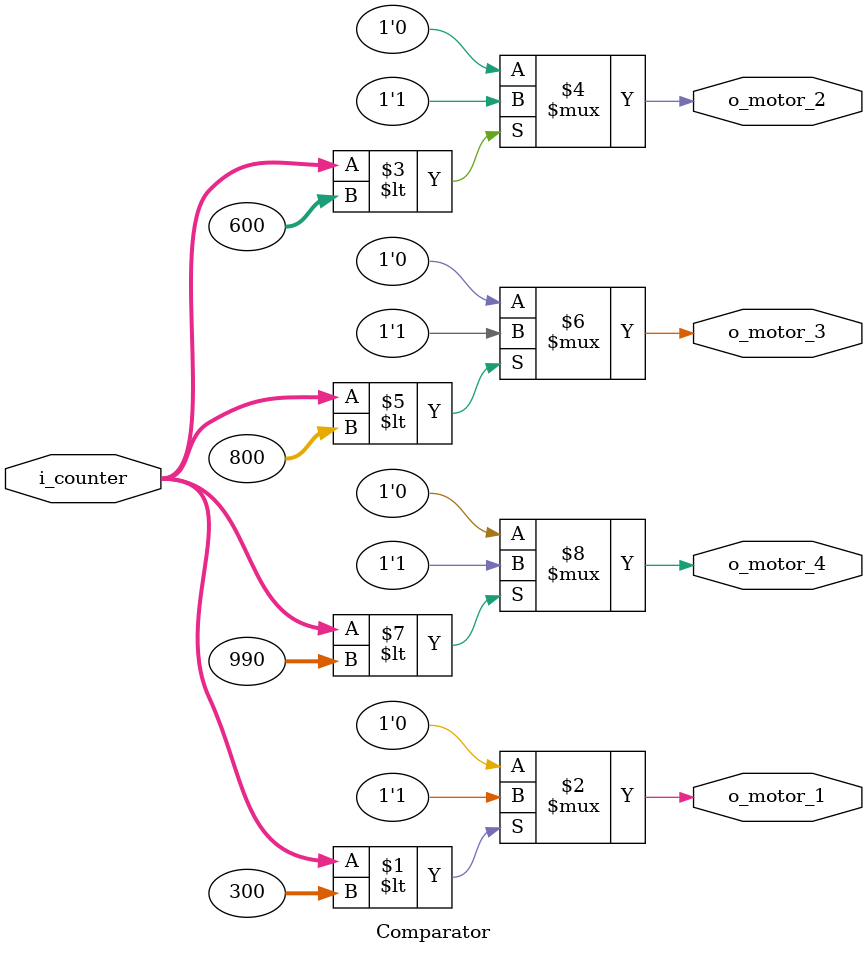
<source format=v>
`timescale 1ns / 1ps

module Comparator
(
    input [9:0] i_counter,
    output o_motor_1, o_motor_2, o_motor_3, o_motor_4
);

    assign o_motor_1 = (i_counter <300) ? 1'b1 : 1'b0;
    assign o_motor_2 = (i_counter <600) ? 1'b1 : 1'b0;
    assign o_motor_3 = (i_counter <800) ? 1'b1 : 1'b0;
    assign o_motor_4 = (i_counter <990) ? 1'b1 : 1'b0;

endmodule

</source>
